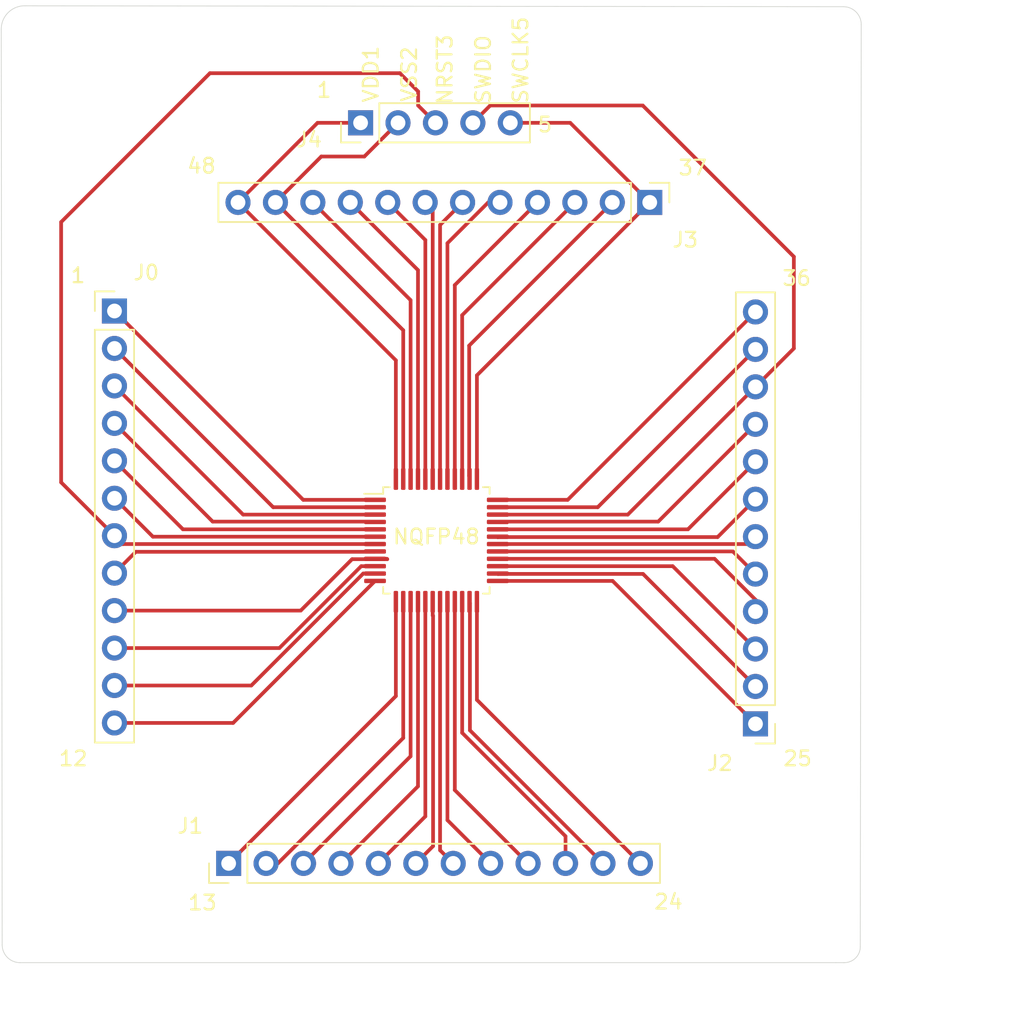
<source format=kicad_pcb>
(kicad_pcb (version 20171130) (host pcbnew "(5.1.8)-1")

  (general
    (thickness 1.6)
    (drawings 28)
    (tracks 139)
    (zones 0)
    (modules 6)
    (nets 49)
  )

  (page A4)
  (layers
    (0 F.Cu signal)
    (31 B.Cu signal)
    (32 B.Adhes user)
    (33 F.Adhes user)
    (34 B.Paste user)
    (35 F.Paste user)
    (36 B.SilkS user)
    (37 F.SilkS user)
    (38 B.Mask user)
    (39 F.Mask user)
    (40 Dwgs.User user)
    (41 Cmts.User user)
    (42 Eco1.User user)
    (43 Eco2.User user)
    (44 Edge.Cuts user)
    (45 Margin user)
    (46 B.CrtYd user)
    (47 F.CrtYd user)
    (48 B.Fab user)
    (49 F.Fab user hide)
  )

  (setup
    (last_trace_width 0.25)
    (trace_clearance 0.2)
    (zone_clearance 0.508)
    (zone_45_only no)
    (trace_min 0.25)
    (via_size 0.8)
    (via_drill 0.4)
    (via_min_size 0.4)
    (via_min_drill 0.3)
    (uvia_size 0.3)
    (uvia_drill 0.1)
    (uvias_allowed no)
    (uvia_min_size 0.3)
    (uvia_min_drill 0.1)
    (edge_width 0.05)
    (segment_width 0.2)
    (pcb_text_width 0.3)
    (pcb_text_size 1.5 1.5)
    (mod_edge_width 0.12)
    (mod_text_size 1 1)
    (mod_text_width 0.15)
    (pad_size 1.524 1.524)
    (pad_drill 0.762)
    (pad_to_mask_clearance 0)
    (aux_axis_origin 12.446 81.661)
    (grid_origin 12.446 81.661)
    (visible_elements 7FFFFFFF)
    (pcbplotparams
      (layerselection 0x01000_7fffffff)
      (usegerberextensions false)
      (usegerberattributes true)
      (usegerberadvancedattributes true)
      (creategerberjobfile true)
      (excludeedgelayer true)
      (linewidth 0.100000)
      (plotframeref false)
      (viasonmask false)
      (mode 1)
      (useauxorigin false)
      (hpglpennumber 1)
      (hpglpenspeed 20)
      (hpglpendiameter 15.000000)
      (psnegative false)
      (psa4output false)
      (plotreference true)
      (plotvalue true)
      (plotinvisibletext false)
      (padsonsilk false)
      (subtractmaskfromsilk false)
      (outputformat 1)
      (mirror false)
      (drillshape 0)
      (scaleselection 1)
      (outputdirectory ""))
  )

  (net 0 "")
  (net 1 "PA2(12)")
  (net 2 "PA0(10)")
  (net 3 "VSSA(8)")
  (net 4 "PF1(6)")
  (net 5 "PC15(4)")
  (net 6 "PC13(2)")
  (net 7 "PA1(11)")
  (net 8 "VDDA(9)")
  (net 9 "NRST(7)")
  (net 10 "PF0(5)")
  (net 11 "PC14(3)")
  (net 12 "VBAT(1)")
  (net 13 "VDDSD(24)")
  (net 14 "PE9(22)")
  (net 15 "PB2(20)")
  (net 16 "PB0(18)")
  (net 17 "PA6(16)")
  (net 18 "PA4(14)")
  (net 19 "VSSSD(23)")
  (net 20 "PE8(21)")
  (net 21 "PB1(19)")
  (net 22 "VDD(17)")
  (net 23 "PA5(15)")
  (net 24 "PA3(13)")
  (net 25 "PF7(36)")
  (net 26 "PA13(34)")
  (net 27 "PA11(32)")
  (net 28 "PA9(30)")
  (net 29 "PD8(28)")
  (net 30 "PB14(26)")
  (net 31 "PF6(35)")
  (net 32 "PA12(33)")
  (net 33 "PA10(31)")
  (net 34 "PA8(29)")
  (net 35 "PB15(27)")
  (net 36 "VREFSD+(25)")
  (net 37 "VDD(48)")
  (net 38 "PB9(46)")
  (net 39 "BOOT0(44)")
  (net 40 "PB6(42)")
  (net 41 "PB4(40)")
  (net 42 "PA15(38)")
  (net 43 "VSS(47)")
  (net 44 "PB8(45)")
  (net 45 "PB7(43)")
  (net 46 "PB5(41)")
  (net 47 "PB3(39)")
  (net 48 "PA14(37)")

  (net_class Default "This is the default net class."
    (clearance 0.2)
    (trace_width 0.25)
    (via_dia 0.8)
    (via_drill 0.4)
    (uvia_dia 0.3)
    (uvia_drill 0.1)
    (add_net "BOOT0(44)")
    (add_net "NRST(7)")
    (add_net "PA0(10)")
    (add_net "PA1(11)")
    (add_net "PA10(31)")
    (add_net "PA11(32)")
    (add_net "PA12(33)")
    (add_net "PA13(34)")
    (add_net "PA14(37)")
    (add_net "PA15(38)")
    (add_net "PA2(12)")
    (add_net "PA3(13)")
    (add_net "PA4(14)")
    (add_net "PA5(15)")
    (add_net "PA6(16)")
    (add_net "PA8(29)")
    (add_net "PA9(30)")
    (add_net "PB0(18)")
    (add_net "PB1(19)")
    (add_net "PB14(26)")
    (add_net "PB15(27)")
    (add_net "PB2(20)")
    (add_net "PB3(39)")
    (add_net "PB4(40)")
    (add_net "PB5(41)")
    (add_net "PB6(42)")
    (add_net "PB7(43)")
    (add_net "PB8(45)")
    (add_net "PB9(46)")
    (add_net "PC13(2)")
    (add_net "PC14(3)")
    (add_net "PC15(4)")
    (add_net "PD8(28)")
    (add_net "PE8(21)")
    (add_net "PE9(22)")
    (add_net "PF0(5)")
    (add_net "PF1(6)")
    (add_net "PF6(35)")
    (add_net "PF7(36)")
    (add_net "VBAT(1)")
    (add_net "VDD(17)")
    (add_net "VDD(48)")
    (add_net "VDDA(9)")
    (add_net "VDDSD(24)")
    (add_net "VREFSD+(25)")
    (add_net "VSS(47)")
    (add_net "VSSA(8)")
    (add_net "VSSSD(23)")
  )

  (module Connector_PinHeader_2.54mm:PinHeader_1x05_P2.54mm_Vertical (layer F.Cu) (tedit 59FED5CC) (tstamp 5FE54ED1)
    (at 24.8285 -58.2295 90)
    (descr "Through hole straight pin header, 1x05, 2.54mm pitch, single row")
    (tags "Through hole pin header THT 1x05 2.54mm single row")
    (path /5FE768F1)
    (fp_text reference J4 (at -1.143 -3.4925 180) (layer F.SilkS)
      (effects (font (size 1 1) (thickness 0.15)))
    )
    (fp_text value Conn_01x05 (at 0 12.49 90) (layer F.Fab)
      (effects (font (size 1 1) (thickness 0.15)))
    )
    (fp_line (start 1.8 -1.8) (end -1.8 -1.8) (layer F.CrtYd) (width 0.05))
    (fp_line (start 1.8 11.95) (end 1.8 -1.8) (layer F.CrtYd) (width 0.05))
    (fp_line (start -1.8 11.95) (end 1.8 11.95) (layer F.CrtYd) (width 0.05))
    (fp_line (start -1.8 -1.8) (end -1.8 11.95) (layer F.CrtYd) (width 0.05))
    (fp_line (start -1.33 -1.33) (end 0 -1.33) (layer F.SilkS) (width 0.12))
    (fp_line (start -1.33 0) (end -1.33 -1.33) (layer F.SilkS) (width 0.12))
    (fp_line (start -1.33 1.27) (end 1.33 1.27) (layer F.SilkS) (width 0.12))
    (fp_line (start 1.33 1.27) (end 1.33 11.49) (layer F.SilkS) (width 0.12))
    (fp_line (start -1.33 1.27) (end -1.33 11.49) (layer F.SilkS) (width 0.12))
    (fp_line (start -1.33 11.49) (end 1.33 11.49) (layer F.SilkS) (width 0.12))
    (fp_line (start -1.27 -0.635) (end -0.635 -1.27) (layer F.Fab) (width 0.1))
    (fp_line (start -1.27 11.43) (end -1.27 -0.635) (layer F.Fab) (width 0.1))
    (fp_line (start 1.27 11.43) (end -1.27 11.43) (layer F.Fab) (width 0.1))
    (fp_line (start 1.27 -1.27) (end 1.27 11.43) (layer F.Fab) (width 0.1))
    (fp_line (start -0.635 -1.27) (end 1.27 -1.27) (layer F.Fab) (width 0.1))
    (fp_text user %R (at 0 5.08) (layer F.Fab)
      (effects (font (size 1 1) (thickness 0.15)))
    )
    (pad 5 thru_hole oval (at 0 10.16 90) (size 1.7 1.7) (drill 1) (layers *.Cu *.Mask)
      (net 48 "PA14(37)"))
    (pad 4 thru_hole oval (at 0 7.62 90) (size 1.7 1.7) (drill 1) (layers *.Cu *.Mask)
      (net 26 "PA13(34)"))
    (pad 3 thru_hole oval (at 0 5.08 90) (size 1.7 1.7) (drill 1) (layers *.Cu *.Mask)
      (net 9 "NRST(7)"))
    (pad 2 thru_hole oval (at 0 2.54 90) (size 1.7 1.7) (drill 1) (layers *.Cu *.Mask)
      (net 43 "VSS(47)"))
    (pad 1 thru_hole rect (at 0 0 90) (size 1.7 1.7) (drill 1) (layers *.Cu *.Mask)
      (net 37 "VDD(48)"))
    (model ${KISYS3DMOD}/Connector_PinHeader_2.54mm.3dshapes/PinHeader_1x05_P2.54mm_Vertical.wrl
      (at (xyz 0 0 0))
      (scale (xyz 1 1 1))
      (rotate (xyz 0 0 0))
    )
  )

  (module Connector_PinHeader_2.54mm:PinHeader_1x12_P2.54mm_Vertical (layer F.Cu) (tedit 59FED5CC) (tstamp 5FE536FC)
    (at 44.45 -52.832 270)
    (descr "Through hole straight pin header, 1x12, 2.54mm pitch, single row")
    (tags "Through hole pin header THT 1x12 2.54mm single row")
    (path /5FE62981)
    (fp_text reference J3 (at 2.54 -2.413 180) (layer F.SilkS)
      (effects (font (size 1 1) (thickness 0.15)))
    )
    (fp_text value Conn_01x12 (at 0 30.27 90) (layer F.Fab)
      (effects (font (size 1 1) (thickness 0.15)))
    )
    (fp_line (start 1.8 -1.8) (end -1.8 -1.8) (layer F.CrtYd) (width 0.05))
    (fp_line (start 1.8 29.75) (end 1.8 -1.8) (layer F.CrtYd) (width 0.05))
    (fp_line (start -1.8 29.75) (end 1.8 29.75) (layer F.CrtYd) (width 0.05))
    (fp_line (start -1.8 -1.8) (end -1.8 29.75) (layer F.CrtYd) (width 0.05))
    (fp_line (start -1.33 -1.33) (end 0 -1.33) (layer F.SilkS) (width 0.12))
    (fp_line (start -1.33 0) (end -1.33 -1.33) (layer F.SilkS) (width 0.12))
    (fp_line (start -1.33 1.27) (end 1.33 1.27) (layer F.SilkS) (width 0.12))
    (fp_line (start 1.33 1.27) (end 1.33 29.27) (layer F.SilkS) (width 0.12))
    (fp_line (start -1.33 1.27) (end -1.33 29.27) (layer F.SilkS) (width 0.12))
    (fp_line (start -1.33 29.27) (end 1.33 29.27) (layer F.SilkS) (width 0.12))
    (fp_line (start -1.27 -0.635) (end -0.635 -1.27) (layer F.Fab) (width 0.1))
    (fp_line (start -1.27 29.21) (end -1.27 -0.635) (layer F.Fab) (width 0.1))
    (fp_line (start 1.27 29.21) (end -1.27 29.21) (layer F.Fab) (width 0.1))
    (fp_line (start 1.27 -1.27) (end 1.27 29.21) (layer F.Fab) (width 0.1))
    (fp_line (start -0.635 -1.27) (end 1.27 -1.27) (layer F.Fab) (width 0.1))
    (fp_text user %R (at 0 13.97) (layer F.Fab)
      (effects (font (size 1 1) (thickness 0.15)))
    )
    (pad 12 thru_hole oval (at 0 27.94 270) (size 1.7 1.7) (drill 1) (layers *.Cu *.Mask)
      (net 37 "VDD(48)"))
    (pad 11 thru_hole oval (at 0 25.4 270) (size 1.7 1.7) (drill 1) (layers *.Cu *.Mask)
      (net 43 "VSS(47)"))
    (pad 10 thru_hole oval (at 0 22.86 270) (size 1.7 1.7) (drill 1) (layers *.Cu *.Mask)
      (net 38 "PB9(46)"))
    (pad 9 thru_hole oval (at 0 20.32 270) (size 1.7 1.7) (drill 1) (layers *.Cu *.Mask)
      (net 44 "PB8(45)"))
    (pad 8 thru_hole oval (at 0 17.78 270) (size 1.7 1.7) (drill 1) (layers *.Cu *.Mask)
      (net 39 "BOOT0(44)"))
    (pad 7 thru_hole oval (at 0 15.24 270) (size 1.7 1.7) (drill 1) (layers *.Cu *.Mask)
      (net 45 "PB7(43)"))
    (pad 6 thru_hole oval (at 0 12.7 270) (size 1.7 1.7) (drill 1) (layers *.Cu *.Mask)
      (net 40 "PB6(42)"))
    (pad 5 thru_hole oval (at 0 10.16 270) (size 1.7 1.7) (drill 1) (layers *.Cu *.Mask)
      (net 46 "PB5(41)"))
    (pad 4 thru_hole oval (at 0 7.62 270) (size 1.7 1.7) (drill 1) (layers *.Cu *.Mask)
      (net 41 "PB4(40)"))
    (pad 3 thru_hole oval (at 0 5.08 270) (size 1.7 1.7) (drill 1) (layers *.Cu *.Mask)
      (net 47 "PB3(39)"))
    (pad 2 thru_hole oval (at 0 2.54 270) (size 1.7 1.7) (drill 1) (layers *.Cu *.Mask)
      (net 42 "PA15(38)"))
    (pad 1 thru_hole rect (at 0 0 270) (size 1.7 1.7) (drill 1) (layers *.Cu *.Mask)
      (net 48 "PA14(37)"))
    (model ${KISYS3DMOD}/Connector_PinHeader_2.54mm.3dshapes/PinHeader_1x12_P2.54mm_Vertical.wrl
      (at (xyz 0 0 0))
      (scale (xyz 1 1 1))
      (rotate (xyz 0 0 0))
    )
  )

  (module Connector_PinHeader_2.54mm:PinHeader_1x12_P2.54mm_Vertical (layer F.Cu) (tedit 59FED5CC) (tstamp 5FE536AD)
    (at 51.6255 -17.4625 180)
    (descr "Through hole straight pin header, 1x12, 2.54mm pitch, single row")
    (tags "Through hole pin header THT 1x12 2.54mm single row")
    (path /5FE61FFC)
    (fp_text reference J2 (at 2.413 -2.667) (layer F.SilkS)
      (effects (font (size 1 1) (thickness 0.15)))
    )
    (fp_text value Conn_01x12 (at 0 30.27) (layer F.Fab)
      (effects (font (size 1 1) (thickness 0.15)))
    )
    (fp_line (start 1.8 -1.8) (end -1.8 -1.8) (layer F.CrtYd) (width 0.05))
    (fp_line (start 1.8 29.75) (end 1.8 -1.8) (layer F.CrtYd) (width 0.05))
    (fp_line (start -1.8 29.75) (end 1.8 29.75) (layer F.CrtYd) (width 0.05))
    (fp_line (start -1.8 -1.8) (end -1.8 29.75) (layer F.CrtYd) (width 0.05))
    (fp_line (start -1.33 -1.33) (end 0 -1.33) (layer F.SilkS) (width 0.12))
    (fp_line (start -1.33 0) (end -1.33 -1.33) (layer F.SilkS) (width 0.12))
    (fp_line (start -1.33 1.27) (end 1.33 1.27) (layer F.SilkS) (width 0.12))
    (fp_line (start 1.33 1.27) (end 1.33 29.27) (layer F.SilkS) (width 0.12))
    (fp_line (start -1.33 1.27) (end -1.33 29.27) (layer F.SilkS) (width 0.12))
    (fp_line (start -1.33 29.27) (end 1.33 29.27) (layer F.SilkS) (width 0.12))
    (fp_line (start -1.27 -0.635) (end -0.635 -1.27) (layer F.Fab) (width 0.1))
    (fp_line (start -1.27 29.21) (end -1.27 -0.635) (layer F.Fab) (width 0.1))
    (fp_line (start 1.27 29.21) (end -1.27 29.21) (layer F.Fab) (width 0.1))
    (fp_line (start 1.27 -1.27) (end 1.27 29.21) (layer F.Fab) (width 0.1))
    (fp_line (start -0.635 -1.27) (end 1.27 -1.27) (layer F.Fab) (width 0.1))
    (fp_text user %R (at 0 13.97 90) (layer F.Fab)
      (effects (font (size 1 1) (thickness 0.15)))
    )
    (pad 12 thru_hole oval (at 0 27.94 180) (size 1.7 1.7) (drill 1) (layers *.Cu *.Mask)
      (net 25 "PF7(36)"))
    (pad 11 thru_hole oval (at 0 25.4 180) (size 1.7 1.7) (drill 1) (layers *.Cu *.Mask)
      (net 31 "PF6(35)"))
    (pad 10 thru_hole oval (at 0 22.86 180) (size 1.7 1.7) (drill 1) (layers *.Cu *.Mask)
      (net 26 "PA13(34)"))
    (pad 9 thru_hole oval (at 0 20.32 180) (size 1.7 1.7) (drill 1) (layers *.Cu *.Mask)
      (net 32 "PA12(33)"))
    (pad 8 thru_hole oval (at 0 17.78 180) (size 1.7 1.7) (drill 1) (layers *.Cu *.Mask)
      (net 27 "PA11(32)"))
    (pad 7 thru_hole oval (at 0 15.24 180) (size 1.7 1.7) (drill 1) (layers *.Cu *.Mask)
      (net 33 "PA10(31)"))
    (pad 6 thru_hole oval (at 0 12.7 180) (size 1.7 1.7) (drill 1) (layers *.Cu *.Mask)
      (net 28 "PA9(30)"))
    (pad 5 thru_hole oval (at 0 10.16 180) (size 1.7 1.7) (drill 1) (layers *.Cu *.Mask)
      (net 34 "PA8(29)"))
    (pad 4 thru_hole oval (at 0 7.62 180) (size 1.7 1.7) (drill 1) (layers *.Cu *.Mask)
      (net 29 "PD8(28)"))
    (pad 3 thru_hole oval (at 0 5.08 180) (size 1.7 1.7) (drill 1) (layers *.Cu *.Mask)
      (net 35 "PB15(27)"))
    (pad 2 thru_hole oval (at 0 2.54 180) (size 1.7 1.7) (drill 1) (layers *.Cu *.Mask)
      (net 30 "PB14(26)"))
    (pad 1 thru_hole rect (at 0 0 180) (size 1.7 1.7) (drill 1) (layers *.Cu *.Mask)
      (net 36 "VREFSD+(25)"))
    (model ${KISYS3DMOD}/Connector_PinHeader_2.54mm.3dshapes/PinHeader_1x12_P2.54mm_Vertical.wrl
      (at (xyz 0 0 0))
      (scale (xyz 1 1 1))
      (rotate (xyz 0 0 0))
    )
  )

  (module Connector_PinHeader_2.54mm:PinHeader_1x12_P2.54mm_Vertical (layer F.Cu) (tedit 59FED5CC) (tstamp 5FE5365E)
    (at 15.875 -8.001 90)
    (descr "Through hole straight pin header, 1x12, 2.54mm pitch, single row")
    (tags "Through hole pin header THT 1x12 2.54mm single row")
    (path /5FE614EC)
    (fp_text reference J1 (at 2.54 -2.6035 180) (layer F.SilkS)
      (effects (font (size 1 1) (thickness 0.15)))
    )
    (fp_text value Conn_01x12 (at 0 30.27 90) (layer F.Fab)
      (effects (font (size 1 1) (thickness 0.15)))
    )
    (fp_line (start 1.8 -1.8) (end -1.8 -1.8) (layer F.CrtYd) (width 0.05))
    (fp_line (start 1.8 29.75) (end 1.8 -1.8) (layer F.CrtYd) (width 0.05))
    (fp_line (start -1.8 29.75) (end 1.8 29.75) (layer F.CrtYd) (width 0.05))
    (fp_line (start -1.8 -1.8) (end -1.8 29.75) (layer F.CrtYd) (width 0.05))
    (fp_line (start -1.33 -1.33) (end 0 -1.33) (layer F.SilkS) (width 0.12))
    (fp_line (start -1.33 0) (end -1.33 -1.33) (layer F.SilkS) (width 0.12))
    (fp_line (start -1.33 1.27) (end 1.33 1.27) (layer F.SilkS) (width 0.12))
    (fp_line (start 1.33 1.27) (end 1.33 29.27) (layer F.SilkS) (width 0.12))
    (fp_line (start -1.33 1.27) (end -1.33 29.27) (layer F.SilkS) (width 0.12))
    (fp_line (start -1.33 29.27) (end 1.33 29.27) (layer F.SilkS) (width 0.12))
    (fp_line (start -1.27 -0.635) (end -0.635 -1.27) (layer F.Fab) (width 0.1))
    (fp_line (start -1.27 29.21) (end -1.27 -0.635) (layer F.Fab) (width 0.1))
    (fp_line (start 1.27 29.21) (end -1.27 29.21) (layer F.Fab) (width 0.1))
    (fp_line (start 1.27 -1.27) (end 1.27 29.21) (layer F.Fab) (width 0.1))
    (fp_line (start -0.635 -1.27) (end 1.27 -1.27) (layer F.Fab) (width 0.1))
    (fp_text user %R (at 0 13.97) (layer F.Fab)
      (effects (font (size 1 1) (thickness 0.15)))
    )
    (pad 12 thru_hole oval (at 0 27.94 90) (size 1.7 1.7) (drill 1) (layers *.Cu *.Mask)
      (net 13 "VDDSD(24)"))
    (pad 11 thru_hole oval (at 0 25.4 90) (size 1.7 1.7) (drill 1) (layers *.Cu *.Mask)
      (net 19 "VSSSD(23)"))
    (pad 10 thru_hole oval (at 0 22.86 90) (size 1.7 1.7) (drill 1) (layers *.Cu *.Mask)
      (net 14 "PE9(22)"))
    (pad 9 thru_hole oval (at 0 20.32 90) (size 1.7 1.7) (drill 1) (layers *.Cu *.Mask)
      (net 20 "PE8(21)"))
    (pad 8 thru_hole oval (at 0 17.78 90) (size 1.7 1.7) (drill 1) (layers *.Cu *.Mask)
      (net 15 "PB2(20)"))
    (pad 7 thru_hole oval (at 0 15.24 90) (size 1.7 1.7) (drill 1) (layers *.Cu *.Mask)
      (net 21 "PB1(19)"))
    (pad 6 thru_hole oval (at 0 12.7 90) (size 1.7 1.7) (drill 1) (layers *.Cu *.Mask)
      (net 16 "PB0(18)"))
    (pad 5 thru_hole oval (at 0 10.16 90) (size 1.7 1.7) (drill 1) (layers *.Cu *.Mask)
      (net 22 "VDD(17)"))
    (pad 4 thru_hole oval (at 0 7.62 90) (size 1.7 1.7) (drill 1) (layers *.Cu *.Mask)
      (net 17 "PA6(16)"))
    (pad 3 thru_hole oval (at 0 5.08 90) (size 1.7 1.7) (drill 1) (layers *.Cu *.Mask)
      (net 23 "PA5(15)"))
    (pad 2 thru_hole oval (at 0 2.54 90) (size 1.7 1.7) (drill 1) (layers *.Cu *.Mask)
      (net 18 "PA4(14)"))
    (pad 1 thru_hole rect (at 0 0 90) (size 1.7 1.7) (drill 1) (layers *.Cu *.Mask)
      (net 24 "PA3(13)"))
    (model ${KISYS3DMOD}/Connector_PinHeader_2.54mm.3dshapes/PinHeader_1x12_P2.54mm_Vertical.wrl
      (at (xyz 0 0 0))
      (scale (xyz 1 1 1))
      (rotate (xyz 0 0 0))
    )
  )

  (module Connector_PinHeader_2.54mm:PinHeader_1x12_P2.54mm_Vertical (layer F.Cu) (tedit 59FED5CC) (tstamp 5FE5360F)
    (at 8.128 -45.466)
    (descr "Through hole straight pin header, 1x12, 2.54mm pitch, single row")
    (tags "Through hole pin header THT 1x12 2.54mm single row")
    (path /5FE5CBAD)
    (fp_text reference J0 (at 2.159 -2.6035) (layer F.SilkS)
      (effects (font (size 1 1) (thickness 0.15)))
    )
    (fp_text value Conn_01x12 (at 0 30.27) (layer F.Fab)
      (effects (font (size 1 1) (thickness 0.15)))
    )
    (fp_line (start 1.8 -1.8) (end -1.8 -1.8) (layer F.CrtYd) (width 0.05))
    (fp_line (start 1.8 29.75) (end 1.8 -1.8) (layer F.CrtYd) (width 0.05))
    (fp_line (start -1.8 29.75) (end 1.8 29.75) (layer F.CrtYd) (width 0.05))
    (fp_line (start -1.8 -1.8) (end -1.8 29.75) (layer F.CrtYd) (width 0.05))
    (fp_line (start -1.33 -1.33) (end 0 -1.33) (layer F.SilkS) (width 0.12))
    (fp_line (start -1.33 0) (end -1.33 -1.33) (layer F.SilkS) (width 0.12))
    (fp_line (start -1.33 1.27) (end 1.33 1.27) (layer F.SilkS) (width 0.12))
    (fp_line (start 1.33 1.27) (end 1.33 29.27) (layer F.SilkS) (width 0.12))
    (fp_line (start -1.33 1.27) (end -1.33 29.27) (layer F.SilkS) (width 0.12))
    (fp_line (start -1.33 29.27) (end 1.33 29.27) (layer F.SilkS) (width 0.12))
    (fp_line (start -1.27 -0.635) (end -0.635 -1.27) (layer F.Fab) (width 0.1))
    (fp_line (start -1.27 29.21) (end -1.27 -0.635) (layer F.Fab) (width 0.1))
    (fp_line (start 1.27 29.21) (end -1.27 29.21) (layer F.Fab) (width 0.1))
    (fp_line (start 1.27 -1.27) (end 1.27 29.21) (layer F.Fab) (width 0.1))
    (fp_line (start -0.635 -1.27) (end 1.27 -1.27) (layer F.Fab) (width 0.1))
    (fp_text user %R (at 0 13.97 90) (layer F.Fab)
      (effects (font (size 1 1) (thickness 0.15)))
    )
    (pad 12 thru_hole oval (at 0 27.94) (size 1.7 1.7) (drill 1) (layers *.Cu *.Mask)
      (net 1 "PA2(12)"))
    (pad 11 thru_hole oval (at 0 25.4) (size 1.7 1.7) (drill 1) (layers *.Cu *.Mask)
      (net 7 "PA1(11)"))
    (pad 10 thru_hole oval (at 0 22.86) (size 1.7 1.7) (drill 1) (layers *.Cu *.Mask)
      (net 2 "PA0(10)"))
    (pad 9 thru_hole oval (at 0 20.32) (size 1.7 1.7) (drill 1) (layers *.Cu *.Mask)
      (net 8 "VDDA(9)"))
    (pad 8 thru_hole oval (at 0 17.78) (size 1.7 1.7) (drill 1) (layers *.Cu *.Mask)
      (net 3 "VSSA(8)"))
    (pad 7 thru_hole oval (at 0 15.24) (size 1.7 1.7) (drill 1) (layers *.Cu *.Mask)
      (net 9 "NRST(7)"))
    (pad 6 thru_hole oval (at 0 12.7) (size 1.7 1.7) (drill 1) (layers *.Cu *.Mask)
      (net 4 "PF1(6)"))
    (pad 5 thru_hole oval (at 0 10.16) (size 1.7 1.7) (drill 1) (layers *.Cu *.Mask)
      (net 10 "PF0(5)"))
    (pad 4 thru_hole oval (at 0 7.62) (size 1.7 1.7) (drill 1) (layers *.Cu *.Mask)
      (net 5 "PC15(4)"))
    (pad 3 thru_hole oval (at 0 5.08) (size 1.7 1.7) (drill 1) (layers *.Cu *.Mask)
      (net 11 "PC14(3)"))
    (pad 2 thru_hole oval (at 0 2.54) (size 1.7 1.7) (drill 1) (layers *.Cu *.Mask)
      (net 6 "PC13(2)"))
    (pad 1 thru_hole rect (at 0 0) (size 1.7 1.7) (drill 1) (layers *.Cu *.Mask)
      (net 12 "VBAT(1)"))
    (model ${KISYS3DMOD}/Connector_PinHeader_2.54mm.3dshapes/PinHeader_1x12_P2.54mm_Vertical.wrl
      (at (xyz 0 0 0))
      (scale (xyz 1 1 1))
      (rotate (xyz 0 0 0))
    )
  )

  (module Package_QFP:LQFP-48_7x7mm_P0.5mm (layer F.Cu) (tedit 5D9F72AF) (tstamp 5FE53757)
    (at 29.972 -29.9085)
    (descr "LQFP, 48 Pin (https://www.analog.com/media/en/technical-documentation/data-sheets/ltc2358-16.pdf), generated with kicad-footprint-generator ipc_gullwing_generator.py")
    (tags "LQFP QFP")
    (path /5FE4CDD7)
    (attr smd)
    (fp_text reference NQFP48 (at 0 -0.254) (layer F.SilkS)
      (effects (font (size 1 1) (thickness 0.15)))
    )
    (fp_text value STM32F373CCTx (at 0 5.85) (layer F.Fab)
      (effects (font (size 1 1) (thickness 0.15)))
    )
    (fp_line (start 5.15 3.15) (end 5.15 0) (layer F.CrtYd) (width 0.05))
    (fp_line (start 3.75 3.15) (end 5.15 3.15) (layer F.CrtYd) (width 0.05))
    (fp_line (start 3.75 3.75) (end 3.75 3.15) (layer F.CrtYd) (width 0.05))
    (fp_line (start 3.15 3.75) (end 3.75 3.75) (layer F.CrtYd) (width 0.05))
    (fp_line (start 3.15 5.15) (end 3.15 3.75) (layer F.CrtYd) (width 0.05))
    (fp_line (start 0 5.15) (end 3.15 5.15) (layer F.CrtYd) (width 0.05))
    (fp_line (start -5.15 3.15) (end -5.15 0) (layer F.CrtYd) (width 0.05))
    (fp_line (start -3.75 3.15) (end -5.15 3.15) (layer F.CrtYd) (width 0.05))
    (fp_line (start -3.75 3.75) (end -3.75 3.15) (layer F.CrtYd) (width 0.05))
    (fp_line (start -3.15 3.75) (end -3.75 3.75) (layer F.CrtYd) (width 0.05))
    (fp_line (start -3.15 5.15) (end -3.15 3.75) (layer F.CrtYd) (width 0.05))
    (fp_line (start 0 5.15) (end -3.15 5.15) (layer F.CrtYd) (width 0.05))
    (fp_line (start 5.15 -3.15) (end 5.15 0) (layer F.CrtYd) (width 0.05))
    (fp_line (start 3.75 -3.15) (end 5.15 -3.15) (layer F.CrtYd) (width 0.05))
    (fp_line (start 3.75 -3.75) (end 3.75 -3.15) (layer F.CrtYd) (width 0.05))
    (fp_line (start 3.15 -3.75) (end 3.75 -3.75) (layer F.CrtYd) (width 0.05))
    (fp_line (start 3.15 -5.15) (end 3.15 -3.75) (layer F.CrtYd) (width 0.05))
    (fp_line (start 0 -5.15) (end 3.15 -5.15) (layer F.CrtYd) (width 0.05))
    (fp_line (start -5.15 -3.15) (end -5.15 0) (layer F.CrtYd) (width 0.05))
    (fp_line (start -3.75 -3.15) (end -5.15 -3.15) (layer F.CrtYd) (width 0.05))
    (fp_line (start -3.75 -3.75) (end -3.75 -3.15) (layer F.CrtYd) (width 0.05))
    (fp_line (start -3.15 -3.75) (end -3.75 -3.75) (layer F.CrtYd) (width 0.05))
    (fp_line (start -3.15 -5.15) (end -3.15 -3.75) (layer F.CrtYd) (width 0.05))
    (fp_line (start 0 -5.15) (end -3.15 -5.15) (layer F.CrtYd) (width 0.05))
    (fp_line (start -3.5 -2.5) (end -2.5 -3.5) (layer F.Fab) (width 0.1))
    (fp_line (start -3.5 3.5) (end -3.5 -2.5) (layer F.Fab) (width 0.1))
    (fp_line (start 3.5 3.5) (end -3.5 3.5) (layer F.Fab) (width 0.1))
    (fp_line (start 3.5 -3.5) (end 3.5 3.5) (layer F.Fab) (width 0.1))
    (fp_line (start -2.5 -3.5) (end 3.5 -3.5) (layer F.Fab) (width 0.1))
    (fp_line (start -3.61 -3.16) (end -4.9 -3.16) (layer F.SilkS) (width 0.12))
    (fp_line (start -3.61 -3.61) (end -3.61 -3.16) (layer F.SilkS) (width 0.12))
    (fp_line (start -3.16 -3.61) (end -3.61 -3.61) (layer F.SilkS) (width 0.12))
    (fp_line (start 3.61 -3.61) (end 3.61 -3.16) (layer F.SilkS) (width 0.12))
    (fp_line (start 3.16 -3.61) (end 3.61 -3.61) (layer F.SilkS) (width 0.12))
    (fp_line (start -3.61 3.61) (end -3.61 3.16) (layer F.SilkS) (width 0.12))
    (fp_line (start -3.16 3.61) (end -3.61 3.61) (layer F.SilkS) (width 0.12))
    (fp_line (start 3.61 3.61) (end 3.61 3.16) (layer F.SilkS) (width 0.12))
    (fp_line (start 3.16 3.61) (end 3.61 3.61) (layer F.SilkS) (width 0.12))
    (fp_text user %R (at 0 0) (layer F.Fab)
      (effects (font (size 1 1) (thickness 0.15)))
    )
    (pad 48 smd roundrect (at -2.75 -4.1625) (size 0.3 1.475) (layers F.Cu F.Paste F.Mask) (roundrect_rratio 0.25)
      (net 37 "VDD(48)"))
    (pad 47 smd roundrect (at -2.25 -4.1625) (size 0.3 1.475) (layers F.Cu F.Paste F.Mask) (roundrect_rratio 0.25)
      (net 43 "VSS(47)"))
    (pad 46 smd roundrect (at -1.75 -4.1625) (size 0.3 1.475) (layers F.Cu F.Paste F.Mask) (roundrect_rratio 0.25)
      (net 38 "PB9(46)"))
    (pad 45 smd roundrect (at -1.25 -4.1625) (size 0.3 1.475) (layers F.Cu F.Paste F.Mask) (roundrect_rratio 0.25)
      (net 44 "PB8(45)"))
    (pad 44 smd roundrect (at -0.75 -4.1625) (size 0.3 1.475) (layers F.Cu F.Paste F.Mask) (roundrect_rratio 0.25)
      (net 39 "BOOT0(44)"))
    (pad 43 smd roundrect (at -0.25 -4.1625) (size 0.3 1.475) (layers F.Cu F.Paste F.Mask) (roundrect_rratio 0.25)
      (net 45 "PB7(43)"))
    (pad 42 smd roundrect (at 0.25 -4.1625) (size 0.3 1.475) (layers F.Cu F.Paste F.Mask) (roundrect_rratio 0.25)
      (net 40 "PB6(42)"))
    (pad 41 smd roundrect (at 0.75 -4.1625) (size 0.3 1.475) (layers F.Cu F.Paste F.Mask) (roundrect_rratio 0.25)
      (net 46 "PB5(41)"))
    (pad 40 smd roundrect (at 1.25 -4.1625) (size 0.3 1.475) (layers F.Cu F.Paste F.Mask) (roundrect_rratio 0.25)
      (net 41 "PB4(40)"))
    (pad 39 smd roundrect (at 1.75 -4.1625) (size 0.3 1.475) (layers F.Cu F.Paste F.Mask) (roundrect_rratio 0.25)
      (net 47 "PB3(39)"))
    (pad 38 smd roundrect (at 2.25 -4.1625) (size 0.3 1.475) (layers F.Cu F.Paste F.Mask) (roundrect_rratio 0.25)
      (net 42 "PA15(38)"))
    (pad 37 smd roundrect (at 2.75 -4.1625) (size 0.3 1.475) (layers F.Cu F.Paste F.Mask) (roundrect_rratio 0.25)
      (net 48 "PA14(37)"))
    (pad 36 smd roundrect (at 4.1625 -2.75) (size 1.475 0.3) (layers F.Cu F.Paste F.Mask) (roundrect_rratio 0.25)
      (net 25 "PF7(36)"))
    (pad 35 smd roundrect (at 4.1625 -2.25) (size 1.475 0.3) (layers F.Cu F.Paste F.Mask) (roundrect_rratio 0.25)
      (net 31 "PF6(35)"))
    (pad 34 smd roundrect (at 4.1625 -1.75) (size 1.475 0.3) (layers F.Cu F.Paste F.Mask) (roundrect_rratio 0.25)
      (net 26 "PA13(34)"))
    (pad 33 smd roundrect (at 4.1625 -1.25) (size 1.475 0.3) (layers F.Cu F.Paste F.Mask) (roundrect_rratio 0.25)
      (net 32 "PA12(33)"))
    (pad 32 smd roundrect (at 4.1625 -0.75) (size 1.475 0.3) (layers F.Cu F.Paste F.Mask) (roundrect_rratio 0.25)
      (net 27 "PA11(32)"))
    (pad 31 smd roundrect (at 4.1625 -0.25) (size 1.475 0.3) (layers F.Cu F.Paste F.Mask) (roundrect_rratio 0.25)
      (net 33 "PA10(31)"))
    (pad 30 smd roundrect (at 4.1625 0.25) (size 1.475 0.3) (layers F.Cu F.Paste F.Mask) (roundrect_rratio 0.25)
      (net 28 "PA9(30)"))
    (pad 29 smd roundrect (at 4.1625 0.75) (size 1.475 0.3) (layers F.Cu F.Paste F.Mask) (roundrect_rratio 0.25)
      (net 34 "PA8(29)"))
    (pad 28 smd roundrect (at 4.1625 1.25) (size 1.475 0.3) (layers F.Cu F.Paste F.Mask) (roundrect_rratio 0.25)
      (net 29 "PD8(28)"))
    (pad 27 smd roundrect (at 4.1625 1.75) (size 1.475 0.3) (layers F.Cu F.Paste F.Mask) (roundrect_rratio 0.25)
      (net 35 "PB15(27)"))
    (pad 26 smd roundrect (at 4.1625 2.25) (size 1.475 0.3) (layers F.Cu F.Paste F.Mask) (roundrect_rratio 0.25)
      (net 30 "PB14(26)"))
    (pad 25 smd roundrect (at 4.1625 2.75) (size 1.475 0.3) (layers F.Cu F.Paste F.Mask) (roundrect_rratio 0.25)
      (net 36 "VREFSD+(25)"))
    (pad 24 smd roundrect (at 2.75 4.1625) (size 0.3 1.475) (layers F.Cu F.Paste F.Mask) (roundrect_rratio 0.25)
      (net 13 "VDDSD(24)"))
    (pad 23 smd roundrect (at 2.25 4.1625) (size 0.3 1.475) (layers F.Cu F.Paste F.Mask) (roundrect_rratio 0.25)
      (net 19 "VSSSD(23)"))
    (pad 22 smd roundrect (at 1.75 4.1625) (size 0.3 1.475) (layers F.Cu F.Paste F.Mask) (roundrect_rratio 0.25)
      (net 14 "PE9(22)"))
    (pad 21 smd roundrect (at 1.25 4.1625) (size 0.3 1.475) (layers F.Cu F.Paste F.Mask) (roundrect_rratio 0.25)
      (net 20 "PE8(21)"))
    (pad 20 smd roundrect (at 0.75 4.1625) (size 0.3 1.475) (layers F.Cu F.Paste F.Mask) (roundrect_rratio 0.25)
      (net 15 "PB2(20)"))
    (pad 19 smd roundrect (at 0.25 4.1625) (size 0.3 1.475) (layers F.Cu F.Paste F.Mask) (roundrect_rratio 0.25)
      (net 21 "PB1(19)"))
    (pad 18 smd roundrect (at -0.25 4.1625) (size 0.3 1.475) (layers F.Cu F.Paste F.Mask) (roundrect_rratio 0.25)
      (net 16 "PB0(18)"))
    (pad 17 smd roundrect (at -0.75 4.1625) (size 0.3 1.475) (layers F.Cu F.Paste F.Mask) (roundrect_rratio 0.25)
      (net 22 "VDD(17)"))
    (pad 16 smd roundrect (at -1.25 4.1625) (size 0.3 1.475) (layers F.Cu F.Paste F.Mask) (roundrect_rratio 0.25)
      (net 17 "PA6(16)"))
    (pad 15 smd roundrect (at -1.75 4.1625) (size 0.3 1.475) (layers F.Cu F.Paste F.Mask) (roundrect_rratio 0.25)
      (net 23 "PA5(15)"))
    (pad 14 smd roundrect (at -2.25 4.1625) (size 0.3 1.475) (layers F.Cu F.Paste F.Mask) (roundrect_rratio 0.25)
      (net 18 "PA4(14)"))
    (pad 13 smd roundrect (at -2.75 4.1625) (size 0.3 1.475) (layers F.Cu F.Paste F.Mask) (roundrect_rratio 0.25)
      (net 24 "PA3(13)"))
    (pad 12 smd roundrect (at -4.1625 2.75) (size 1.475 0.3) (layers F.Cu F.Paste F.Mask) (roundrect_rratio 0.25)
      (net 1 "PA2(12)"))
    (pad 11 smd roundrect (at -4.1625 2.25) (size 1.475 0.3) (layers F.Cu F.Paste F.Mask) (roundrect_rratio 0.25)
      (net 7 "PA1(11)"))
    (pad 10 smd roundrect (at -4.1625 1.75) (size 1.475 0.3) (layers F.Cu F.Paste F.Mask) (roundrect_rratio 0.25)
      (net 2 "PA0(10)"))
    (pad 9 smd roundrect (at -4.1625 1.25) (size 1.475 0.3) (layers F.Cu F.Paste F.Mask) (roundrect_rratio 0.25)
      (net 8 "VDDA(9)"))
    (pad 8 smd roundrect (at -4.1625 0.75) (size 1.475 0.3) (layers F.Cu F.Paste F.Mask) (roundrect_rratio 0.25)
      (net 3 "VSSA(8)"))
    (pad 7 smd roundrect (at -4.1625 0.25) (size 1.475 0.3) (layers F.Cu F.Paste F.Mask) (roundrect_rratio 0.25)
      (net 9 "NRST(7)"))
    (pad 6 smd roundrect (at -4.1625 -0.25) (size 1.475 0.3) (layers F.Cu F.Paste F.Mask) (roundrect_rratio 0.25)
      (net 4 "PF1(6)"))
    (pad 5 smd roundrect (at -4.1625 -0.75) (size 1.475 0.3) (layers F.Cu F.Paste F.Mask) (roundrect_rratio 0.25)
      (net 10 "PF0(5)"))
    (pad 4 smd roundrect (at -4.1625 -1.25) (size 1.475 0.3) (layers F.Cu F.Paste F.Mask) (roundrect_rratio 0.25)
      (net 5 "PC15(4)"))
    (pad 3 smd roundrect (at -4.1625 -1.75) (size 1.475 0.3) (layers F.Cu F.Paste F.Mask) (roundrect_rratio 0.25)
      (net 11 "PC14(3)"))
    (pad 2 smd roundrect (at -4.1625 -2.25) (size 1.475 0.3) (layers F.Cu F.Paste F.Mask) (roundrect_rratio 0.25)
      (net 6 "PC13(2)"))
    (pad 1 smd roundrect (at -4.1625 -2.75) (size 1.475 0.3) (layers F.Cu F.Paste F.Mask) (roundrect_rratio 0.25)
      (net 12 "VBAT(1)"))
    (model ${KISYS3DMOD}/Package_QFP.3dshapes/LQFP-48_7x7mm_P0.5mm.wrl
      (at (xyz 0 0 0))
      (scale (xyz 1 1 1))
      (rotate (xyz 0 0 0))
    )
  )

  (dimension 65.214531 (width 0.15) (layer Dwgs.User)
    (gr_text "65.215 mm" (at 68.227107 -33.870699 89.94421055) (layer Dwgs.User)
      (effects (font (size 1 1) (thickness 0.15)))
    )
    (feature1 (pts (xy 61.5315 -66.4845) (xy 67.545279 -66.478644)))
    (feature2 (pts (xy 61.468 -1.27) (xy 67.481779 -1.264144)))
    (crossbar (pts (xy 66.895358 -1.264715) (xy 66.958858 -66.479215)))
    (arrow1a (pts (xy 66.958858 -66.479215) (xy 67.544182 -65.352141)))
    (arrow1b (pts (xy 66.958858 -66.479215) (xy 66.371341 -65.353283)))
    (arrow2a (pts (xy 66.895358 -1.264715) (xy 67.482875 -2.390647)))
    (arrow2b (pts (xy 66.895358 -1.264715) (xy 66.310034 -2.391789)))
  )
  (dimension 58.420552 (width 0.15) (layer Dwgs.User)
    (gr_text "58.421 mm" (at 29.641376 3.399597 359.7508895) (layer Dwgs.User)
      (effects (font (size 1 1) (thickness 0.15)))
    )
    (feature1 (pts (xy 58.8645 0.508) (xy 58.854478 2.813024)))
    (feature2 (pts (xy 0.4445 0.254) (xy 0.434478 2.559024)))
    (crossbar (pts (xy 0.437028 1.972609) (xy 58.857028 2.226609)))
    (arrow1a (pts (xy 58.857028 2.226609) (xy 57.727985 2.808126)))
    (arrow1b (pts (xy 58.857028 2.226609) (xy 57.733085 1.635296)))
    (arrow2a (pts (xy 0.437028 1.972609) (xy 1.560971 2.563922)))
    (arrow2b (pts (xy 0.437028 1.972609) (xy 1.566071 1.391092)))
  )
  (gr_text 48 (at 14.0335 -55.3085) (layer F.SilkS)
    (effects (font (size 1 1) (thickness 0.15)))
  )
  (gr_text 37 (at 47.371 -55.1815) (layer F.SilkS)
    (effects (font (size 1 1) (thickness 0.15)))
  )
  (gr_text 36 (at 54.4195 -47.6885) (layer F.SilkS)
    (effects (font (size 1 1) (thickness 0.15)))
  )
  (gr_text 25 (at 54.483 -15.113) (layer F.SilkS)
    (effects (font (size 1 1) (thickness 0.15)))
  )
  (gr_text 24 (at 45.72 -5.3975) (layer F.SilkS)
    (effects (font (size 1 1) (thickness 0.15)))
  )
  (gr_text 13 (at 14.097 -5.334) (layer F.SilkS)
    (effects (font (size 1 1) (thickness 0.15)))
  )
  (gr_text 12 (at 5.334 -15.113) (layer F.SilkS)
    (effects (font (size 1 1) (thickness 0.15)))
  )
  (gr_text 1 (at 5.6515 -47.879) (layer F.SilkS)
    (effects (font (size 1 1) (thickness 0.15)))
  )
  (gr_text 5 (at 37.338 -58.1025) (layer F.SilkS)
    (effects (font (size 1 1) (thickness 0.15)))
  )
  (gr_text "1\n" (at 22.352 -60.452) (layer F.SilkS)
    (effects (font (size 1 1) (thickness 0.15)))
  )
  (gr_text "SWDIO\n" (at 33.147 -61.849 90) (layer F.SilkS)
    (effects (font (size 1 1) (thickness 0.15)))
  )
  (gr_text "NRST3\n" (at 30.5435 -61.849 90) (layer F.SilkS)
    (effects (font (size 1 1) (thickness 0.15)))
  )
  (gr_text "VSS2\n" (at 28.1305 -61.5315 90) (layer F.SilkS)
    (effects (font (size 1 1) (thickness 0.15)))
  )
  (gr_text "SWCLK5\n" (at 35.687 -62.484 90) (layer F.SilkS)
    (effects (font (size 1 1) (thickness 0.15)))
  )
  (gr_text "VDD1\n" (at 25.527 -61.5315 90) (layer F.SilkS)
    (effects (font (size 1 1) (thickness 0.15)))
  )
  (gr_line (start 58.7375 -2.3495) (end 58.801 -64.897) (layer Edge.Cuts) (width 0.05) (tstamp 5FE543A2))
  (gr_line (start 57.5945 -1.27) (end 57.658 -1.27) (layer Edge.Cuts) (width 0.05) (tstamp 5FE543A1))
  (gr_arc (start 57.658 -2.3495) (end 57.658 -1.27) (angle -90) (layer Edge.Cuts) (width 0.05))
  (gr_line (start 57.0865 -1.27) (end 57.5945 -1.27) (layer Edge.Cuts) (width 0.05))
  (gr_line (start 1.7145 -1.27) (end 57.0865 -1.27) (layer Edge.Cuts) (width 0.05))
  (gr_arc (start 1.7145 -2.4765) (end 0.508 -2.4765) (angle -90) (layer Edge.Cuts) (width 0.05))
  (gr_line (start 0.4445 -64.5795) (end 0.508 -2.4765) (layer Edge.Cuts) (width 0.05))
  (gr_line (start 2.032 -66.167) (end 2.0955 -66.167) (layer Edge.Cuts) (width 0.05) (tstamp 5FE5439F))
  (gr_arc (start 2.032 -64.5795) (end 2.032 -66.167) (angle -90) (layer Edge.Cuts) (width 0.05))
  (gr_arc (start 57.5945 -64.897) (end 58.801 -64.897) (angle -90) (layer Edge.Cuts) (width 0.05))
  (gr_line (start 2.0955 -66.167) (end 57.5945 -66.1035) (layer Edge.Cuts) (width 0.05))

  (segment (start 16.177 -17.526) (end 25.8095 -27.1585) (width 0.25) (layer F.Cu) (net 1))
  (segment (start 8.128 -17.526) (end 16.177 -17.526) (width 0.25) (layer F.Cu) (net 1))
  (segment (start 8.128 -22.606) (end 19.317388 -22.606) (width 0.25) (layer F.Cu) (net 2))
  (segment (start 24.869888 -28.1585) (end 25.8095 -28.1585) (width 0.25) (layer F.Cu) (net 2))
  (segment (start 19.317388 -22.606) (end 24.869888 -28.1585) (width 0.25) (layer F.Cu) (net 2))
  (segment (start 8.128 -27.686) (end 9.57551 -29.13351) (width 0.25) (layer F.Cu) (net 3))
  (segment (start 25.78451 -29.13351) (end 25.8095 -29.1585) (width 0.25) (layer F.Cu) (net 3))
  (segment (start 9.57551 -29.13351) (end 25.78451 -29.13351) (width 0.25) (layer F.Cu) (net 3))
  (segment (start 10.7355 -30.1585) (end 8.128 -32.766) (width 0.25) (layer F.Cu) (net 4))
  (segment (start 25.8095 -30.1585) (end 10.7355 -30.1585) (width 0.25) (layer F.Cu) (net 4))
  (segment (start 14.79051 -31.18349) (end 8.128 -37.846) (width 0.25) (layer F.Cu) (net 5))
  (segment (start 25.45851 -31.18349) (end 14.79051 -31.18349) (width 0.25) (layer F.Cu) (net 5))
  (segment (start 25.4835 -31.1585) (end 25.45851 -31.18349) (width 0.25) (layer F.Cu) (net 5))
  (segment (start 25.8095 -31.1585) (end 25.4835 -31.1585) (width 0.25) (layer F.Cu) (net 5))
  (segment (start 18.8955 -32.1585) (end 8.128 -42.926) (width 0.25) (layer F.Cu) (net 6))
  (segment (start 25.8095 -32.1585) (end 18.8955 -32.1585) (width 0.25) (layer F.Cu) (net 6))
  (segment (start 17.413798 -20.066) (end 8.128 -20.066) (width 0.25) (layer F.Cu) (net 7))
  (segment (start 25.006298 -27.6585) (end 17.413798 -20.066) (width 0.25) (layer F.Cu) (net 7))
  (segment (start 25.8095 -27.6585) (end 25.006298 -27.6585) (width 0.25) (layer F.Cu) (net 7))
  (segment (start 26.637692 -28.63351) (end 24.25201 -28.63351) (width 0.25) (layer F.Cu) (net 8))
  (segment (start 26.612702 -28.6585) (end 26.637692 -28.63351) (width 0.25) (layer F.Cu) (net 8))
  (segment (start 25.8095 -28.6585) (end 26.612702 -28.6585) (width 0.25) (layer F.Cu) (net 8))
  (segment (start 20.7645 -25.146) (end 8.128 -25.146) (width 0.25) (layer F.Cu) (net 8))
  (segment (start 24.25201 -28.63351) (end 20.7645 -25.146) (width 0.25) (layer F.Cu) (net 8))
  (segment (start 8.6955 -29.6585) (end 8.128 -30.226) (width 0.25) (layer F.Cu) (net 9))
  (segment (start 25.8095 -29.6585) (end 8.6955 -29.6585) (width 0.25) (layer F.Cu) (net 9))
  (segment (start 28.733499 -59.404501) (end 28.733499 -60.357001) (width 0.25) (layer F.Cu) (net 9))
  (segment (start 29.9085 -58.2295) (end 28.733499 -59.404501) (width 0.25) (layer F.Cu) (net 9))
  (segment (start 28.733499 -60.357001) (end 27.4955 -61.595) (width 0.25) (layer F.Cu) (net 9))
  (segment (start 27.4955 -61.595) (end 14.605 -61.595) (width 0.25) (layer F.Cu) (net 9))
  (segment (start 14.605 -61.595) (end 4.5085 -51.4985) (width 0.25) (layer F.Cu) (net 9))
  (segment (start 4.5085 -33.8455) (end 8.128 -30.226) (width 0.25) (layer F.Cu) (net 9))
  (segment (start 4.5085 -51.4985) (end 4.5085 -33.8455) (width 0.25) (layer F.Cu) (net 9))
  (segment (start 12.7755 -30.6585) (end 8.128 -35.306) (width 0.25) (layer F.Cu) (net 10))
  (segment (start 25.8095 -30.6585) (end 12.7755 -30.6585) (width 0.25) (layer F.Cu) (net 10))
  (segment (start 16.8555 -31.6585) (end 8.128 -40.386) (width 0.25) (layer F.Cu) (net 11))
  (segment (start 25.8095 -31.6585) (end 16.8555 -31.6585) (width 0.25) (layer F.Cu) (net 11))
  (segment (start 20.9355 -32.6585) (end 8.128 -45.466) (width 0.25) (layer F.Cu) (net 12))
  (segment (start 25.8095 -32.6585) (end 20.9355 -32.6585) (width 0.25) (layer F.Cu) (net 12))
  (segment (start 32.722 -19.094) (end 43.815 -8.001) (width 0.25) (layer F.Cu) (net 13))
  (segment (start 32.722 -25.746) (end 32.722 -19.094) (width 0.25) (layer F.Cu) (net 13))
  (segment (start 38.735 -9.8425) (end 38.735 -8.001) (width 0.25) (layer F.Cu) (net 14))
  (segment (start 31.722 -16.8555) (end 38.735 -9.8425) (width 0.25) (layer F.Cu) (net 14))
  (segment (start 31.722 -25.746) (end 31.722 -16.8555) (width 0.25) (layer F.Cu) (net 14))
  (segment (start 30.722 -10.934) (end 33.655 -8.001) (width 0.25) (layer F.Cu) (net 15))
  (segment (start 30.722 -25.746) (end 30.722 -10.934) (width 0.25) (layer F.Cu) (net 15))
  (segment (start 28.575 -8.001) (end 29.74699 -9.17299) (width 0.25) (layer F.Cu) (net 16))
  (segment (start 29.722 -24.81898) (end 29.722 -25.746) (width 0.25) (layer F.Cu) (net 16))
  (segment (start 29.74699 -24.79399) (end 29.722 -24.81898) (width 0.25) (layer F.Cu) (net 16))
  (segment (start 29.74699 -9.17299) (end 29.74699 -24.79399) (width 0.25) (layer F.Cu) (net 16))
  (segment (start 28.722 -13.228) (end 23.495 -8.001) (width 0.25) (layer F.Cu) (net 17))
  (segment (start 28.722 -25.746) (end 28.722 -13.228) (width 0.25) (layer F.Cu) (net 17))
  (segment (start 19.215998 -8.001) (end 18.415 -8.001) (width 0.25) (layer F.Cu) (net 18))
  (segment (start 27.722 -16.507002) (end 19.215998 -8.001) (width 0.25) (layer F.Cu) (net 18))
  (segment (start 27.722 -25.746) (end 27.722 -16.507002) (width 0.25) (layer F.Cu) (net 18))
  (segment (start 32.24699 -25.65651) (end 32.24699 -17.02901) (width 0.25) (layer F.Cu) (net 19))
  (segment (start 32.24699 -17.02901) (end 41.275 -8.001) (width 0.25) (layer F.Cu) (net 19))
  (segment (start 32.222 -25.6815) (end 32.24699 -25.65651) (width 0.25) (layer F.Cu) (net 19))
  (segment (start 32.222 -25.746) (end 32.222 -25.6815) (width 0.25) (layer F.Cu) (net 19))
  (segment (start 31.222 -12.974) (end 36.195 -8.001) (width 0.25) (layer F.Cu) (net 20))
  (segment (start 31.222 -25.746) (end 31.222 -12.974) (width 0.25) (layer F.Cu) (net 20))
  (segment (start 30.222 -8.894) (end 31.115 -8.001) (width 0.25) (layer F.Cu) (net 21))
  (segment (start 30.222 -25.746) (end 30.222 -8.894) (width 0.25) (layer F.Cu) (net 21))
  (segment (start 29.222 -11.188) (end 26.035 -8.001) (width 0.25) (layer F.Cu) (net 22))
  (segment (start 29.222 -25.746) (end 29.222 -11.188) (width 0.25) (layer F.Cu) (net 22))
  (segment (start 28.222 -15.268) (end 20.955 -8.001) (width 0.25) (layer F.Cu) (net 23))
  (segment (start 28.222 -25.746) (end 28.222 -15.268) (width 0.25) (layer F.Cu) (net 23))
  (segment (start 27.222 -19.348) (end 15.875 -8.001) (width 0.25) (layer F.Cu) (net 24))
  (segment (start 27.222 -25.746) (end 27.222 -19.348) (width 0.25) (layer F.Cu) (net 24))
  (segment (start 38.8815 -32.6585) (end 51.6255 -45.4025) (width 0.25) (layer F.Cu) (net 25))
  (segment (start 34.1345 -32.6585) (end 38.8815 -32.6585) (width 0.25) (layer F.Cu) (net 25))
  (segment (start 42.9615 -31.6585) (end 51.6255 -40.3225) (width 0.25) (layer F.Cu) (net 26))
  (segment (start 34.1345 -31.6585) (end 42.9615 -31.6585) (width 0.25) (layer F.Cu) (net 26))
  (segment (start 54.229 -42.926) (end 51.6255 -40.3225) (width 0.25) (layer F.Cu) (net 26))
  (segment (start 54.229 -49.149) (end 54.229 -42.926) (width 0.25) (layer F.Cu) (net 26))
  (segment (start 43.973499 -59.404501) (end 54.229 -49.149) (width 0.25) (layer F.Cu) (net 26))
  (segment (start 33.623501 -59.404501) (end 43.973499 -59.404501) (width 0.25) (layer F.Cu) (net 26))
  (segment (start 32.4485 -58.2295) (end 33.623501 -59.404501) (width 0.25) (layer F.Cu) (net 26))
  (segment (start 47.0415 -30.6585) (end 51.6255 -35.2425) (width 0.25) (layer F.Cu) (net 27))
  (segment (start 34.1345 -30.6585) (end 47.0415 -30.6585) (width 0.25) (layer F.Cu) (net 27))
  (segment (start 51.1215 -29.6585) (end 51.6255 -30.1625) (width 0.25) (layer F.Cu) (net 28))
  (segment (start 34.1345 -29.6585) (end 51.1215 -29.6585) (width 0.25) (layer F.Cu) (net 28))
  (segment (start 51.6255 -25.883498) (end 51.6255 -25.0825) (width 0.25) (layer F.Cu) (net 29))
  (segment (start 48.850498 -28.6585) (end 51.6255 -25.883498) (width 0.25) (layer F.Cu) (net 29))
  (segment (start 34.1345 -28.6585) (end 48.850498 -28.6585) (width 0.25) (layer F.Cu) (net 29))
  (segment (start 43.99449 -27.63351) (end 51.6255 -20.0025) (width 0.25) (layer F.Cu) (net 30))
  (segment (start 34.15199 -27.63351) (end 43.99449 -27.63351) (width 0.25) (layer F.Cu) (net 30))
  (segment (start 34.1345 -27.651) (end 34.15199 -27.63351) (width 0.25) (layer F.Cu) (net 30))
  (segment (start 34.1345 -27.6585) (end 34.1345 -27.651) (width 0.25) (layer F.Cu) (net 30))
  (segment (start 40.9215 -32.1585) (end 51.6255 -42.8625) (width 0.25) (layer F.Cu) (net 31))
  (segment (start 34.1345 -32.1585) (end 40.9215 -32.1585) (width 0.25) (layer F.Cu) (net 31))
  (segment (start 45.02649 -31.18349) (end 51.6255 -37.7825) (width 0.25) (layer F.Cu) (net 32))
  (segment (start 34.33499 -31.18349) (end 45.02649 -31.18349) (width 0.25) (layer F.Cu) (net 32))
  (segment (start 34.31 -31.1585) (end 34.33499 -31.18349) (width 0.25) (layer F.Cu) (net 32))
  (segment (start 34.1345 -31.1585) (end 34.31 -31.1585) (width 0.25) (layer F.Cu) (net 32))
  (segment (start 49.05651 -30.13351) (end 51.6255 -32.7025) (width 0.25) (layer F.Cu) (net 33))
  (segment (start 34.13499 -30.13351) (end 49.05651 -30.13351) (width 0.25) (layer F.Cu) (net 33))
  (segment (start 34.1345 -30.134) (end 34.13499 -30.13351) (width 0.25) (layer F.Cu) (net 33))
  (segment (start 34.1345 -30.1585) (end 34.1345 -30.134) (width 0.25) (layer F.Cu) (net 33))
  (segment (start 50.0895 -29.1585) (end 51.6255 -27.6225) (width 0.25) (layer F.Cu) (net 34))
  (segment (start 34.1345 -29.1585) (end 50.0895 -29.1585) (width 0.25) (layer F.Cu) (net 34))
  (segment (start 46.0095 -28.1585) (end 51.6255 -22.5425) (width 0.25) (layer F.Cu) (net 35))
  (segment (start 34.1345 -28.1585) (end 46.0095 -28.1585) (width 0.25) (layer F.Cu) (net 35))
  (segment (start 41.9295 -27.1585) (end 51.6255 -17.4625) (width 0.25) (layer F.Cu) (net 36))
  (segment (start 34.1345 -27.1585) (end 41.9295 -27.1585) (width 0.25) (layer F.Cu) (net 36))
  (segment (start 27.222 -42.12) (end 16.51 -52.832) (width 0.25) (layer F.Cu) (net 37))
  (segment (start 27.222 -34.071) (end 27.222 -42.12) (width 0.25) (layer F.Cu) (net 37))
  (segment (start 21.9075 -58.2295) (end 16.51 -52.832) (width 0.25) (layer F.Cu) (net 37))
  (segment (start 24.8285 -58.2295) (end 21.9075 -58.2295) (width 0.25) (layer F.Cu) (net 37))
  (segment (start 28.222 -46.2) (end 21.59 -52.832) (width 0.25) (layer F.Cu) (net 38))
  (segment (start 28.222 -34.071) (end 28.222 -46.2) (width 0.25) (layer F.Cu) (net 38))
  (segment (start 29.222 -50.28) (end 29.222 -34.071) (width 0.25) (layer F.Cu) (net 39))
  (segment (start 26.67 -52.832) (end 29.222 -50.28) (width 0.25) (layer F.Cu) (net 39))
  (segment (start 30.222 -51.304) (end 31.75 -52.832) (width 0.25) (layer F.Cu) (net 40))
  (segment (start 30.222 -34.071) (end 30.222 -51.304) (width 0.25) (layer F.Cu) (net 40))
  (segment (start 31.222 -47.224) (end 31.222 -34.071) (width 0.25) (layer F.Cu) (net 41))
  (segment (start 36.83 -52.832) (end 31.222 -47.224) (width 0.25) (layer F.Cu) (net 41))
  (segment (start 41.91 -52.832) (end 32.19701 -43.11901) (width 0.25) (layer F.Cu) (net 42))
  (segment (start 32.222 -34.2625) (end 32.222 -34.071) (width 0.25) (layer F.Cu) (net 42))
  (segment (start 32.19701 -34.28749) (end 32.222 -34.2625) (width 0.25) (layer F.Cu) (net 42))
  (segment (start 32.19701 -43.11901) (end 32.19701 -34.28749) (width 0.25) (layer F.Cu) (net 42))
  (segment (start 27.722 -44.16) (end 27.722 -34.071) (width 0.25) (layer F.Cu) (net 43))
  (segment (start 19.05 -52.832) (end 27.722 -44.16) (width 0.25) (layer F.Cu) (net 43))
  (segment (start 27.3685 -58.2295) (end 25.0825 -55.9435) (width 0.25) (layer F.Cu) (net 43))
  (segment (start 22.1615 -55.9435) (end 19.05 -52.832) (width 0.25) (layer F.Cu) (net 43))
  (segment (start 25.0825 -55.9435) (end 22.1615 -55.9435) (width 0.25) (layer F.Cu) (net 43))
  (segment (start 28.722 -48.24) (end 28.722 -34.071) (width 0.25) (layer F.Cu) (net 44))
  (segment (start 24.13 -52.832) (end 28.722 -48.24) (width 0.25) (layer F.Cu) (net 44))
  (segment (start 29.722 -52.32) (end 29.722 -34.071) (width 0.25) (layer F.Cu) (net 45))
  (segment (start 29.21 -52.832) (end 29.722 -52.32) (width 0.25) (layer F.Cu) (net 45))
  (segment (start 33.489002 -52.832) (end 34.29 -52.832) (width 0.25) (layer F.Cu) (net 46))
  (segment (start 30.722 -50.064998) (end 33.489002 -52.832) (width 0.25) (layer F.Cu) (net 46))
  (segment (start 30.722 -34.071) (end 30.722 -50.064998) (width 0.25) (layer F.Cu) (net 46))
  (segment (start 31.722 -45.184) (end 39.37 -52.832) (width 0.25) (layer F.Cu) (net 47))
  (segment (start 31.722 -34.071) (end 31.722 -45.184) (width 0.25) (layer F.Cu) (net 47))
  (segment (start 32.722 -41.104) (end 44.45 -52.832) (width 0.25) (layer F.Cu) (net 48))
  (segment (start 32.722 -34.071) (end 32.722 -41.104) (width 0.25) (layer F.Cu) (net 48))
  (segment (start 39.0525 -58.2295) (end 34.9885 -58.2295) (width 0.25) (layer F.Cu) (net 48))
  (segment (start 44.45 -52.832) (end 39.0525 -58.2295) (width 0.25) (layer F.Cu) (net 48))

)

</source>
